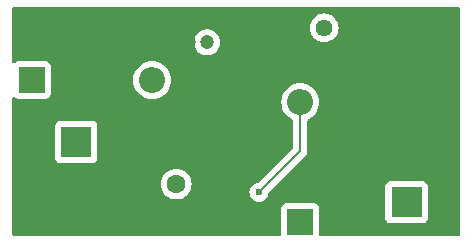
<source format=gbr>
%TF.GenerationSoftware,KiCad,Pcbnew,8.0.2*%
%TF.CreationDate,2025-12-30T14:28:12-05:00*%
%TF.ProjectId,voltage regulator,766f6c74-6167-4652-9072-6567756c6174,rev?*%
%TF.SameCoordinates,Original*%
%TF.FileFunction,Copper,L2,Bot*%
%TF.FilePolarity,Positive*%
%FSLAX46Y46*%
G04 Gerber Fmt 4.6, Leading zero omitted, Abs format (unit mm)*
G04 Created by KiCad (PCBNEW 8.0.2) date 2025-12-30 14:28:12*
%MOMM*%
%LPD*%
G01*
G04 APERTURE LIST*
%TA.AperFunction,ComponentPad*%
%ADD10R,2.200000X2.200000*%
%TD*%
%TA.AperFunction,ComponentPad*%
%ADD11O,2.200000X2.200000*%
%TD*%
%TA.AperFunction,ComponentPad*%
%ADD12R,2.600000X2.600000*%
%TD*%
%TA.AperFunction,ComponentPad*%
%ADD13C,2.600000*%
%TD*%
%TA.AperFunction,ComponentPad*%
%ADD14C,1.440000*%
%TD*%
%TA.AperFunction,ComponentPad*%
%ADD15C,1.200000*%
%TD*%
%TA.AperFunction,ComponentPad*%
%ADD16C,1.600000*%
%TD*%
%TA.AperFunction,ViaPad*%
%ADD17C,0.600000*%
%TD*%
%TA.AperFunction,Conductor*%
%ADD18C,0.200000*%
%TD*%
G04 APERTURE END LIST*
D10*
%TO.P,D2,1,K*%
%TO.N,+1.2V to +32V*%
X131500000Y-103225000D03*
D11*
%TO.P,D2,2,A*%
%TO.N,Net-(D2-A)*%
X131500000Y-93065000D03*
%TD*%
D12*
%TO.P,J1,1,Pin_1*%
%TO.N,+1.5V to +35V*%
X112525000Y-96445000D03*
D13*
%TO.P,J1,2,Pin_2*%
%TO.N,GND*%
X112525000Y-101525000D03*
%TD*%
D12*
%TO.P,J2,1,Pin_1*%
%TO.N,+1.2V to +32V*%
X140500000Y-101535000D03*
D13*
%TO.P,J2,2,Pin_2*%
%TO.N,GND*%
X140500000Y-96455000D03*
%TD*%
D10*
%TO.P,D1,1,K*%
%TO.N,+1.5V to +35V*%
X108800000Y-91200000D03*
D11*
%TO.P,D1,2,A*%
%TO.N,+1.2V to +32V*%
X118960000Y-91200000D03*
%TD*%
D14*
%TO.P,RV1,1,1*%
%TO.N,Net-(D2-A)*%
X133525000Y-86775000D03*
%TO.P,RV1,2,2*%
%TO.N,GND*%
X130985000Y-89315000D03*
%TO.P,RV1,3,3*%
X128445000Y-86775000D03*
%TD*%
D15*
%TO.P,C1,1*%
%TO.N,Net-(D2-A)*%
X123600000Y-88000000D03*
%TO.P,C1,2*%
%TO.N,GND*%
X122100000Y-88000000D03*
%TD*%
D16*
%TO.P,C2,1*%
%TO.N,+1.2V to +32V*%
X121000000Y-100000000D03*
%TO.P,C2,2*%
%TO.N,GND*%
X121000000Y-102000000D03*
%TD*%
D17*
%TO.N,Net-(D2-A)*%
X128000000Y-100700000D03*
%TO.N,GND*%
X126242856Y-93800000D03*
X124671428Y-96700000D03*
X126214284Y-95000000D03*
X126242856Y-92100000D03*
X136500000Y-87900000D03*
X125442856Y-95800000D03*
X132700000Y-88600000D03*
X123928572Y-92900000D03*
X123900000Y-96700000D03*
X125471428Y-92100000D03*
X125442856Y-95000000D03*
X125471428Y-92900000D03*
X126242856Y-92900000D03*
X124700000Y-93800000D03*
X123900000Y-95800000D03*
X124671428Y-95000000D03*
X123928572Y-92100000D03*
X124671428Y-95800000D03*
X123928572Y-93800000D03*
X126214284Y-95800000D03*
X124700000Y-92900000D03*
X125471428Y-93800000D03*
X123900000Y-95000000D03*
X126214284Y-96700000D03*
X125442856Y-96700000D03*
X124700000Y-92100000D03*
%TD*%
D18*
%TO.N,Net-(D2-A)*%
X131500000Y-97200000D02*
X131500000Y-93065000D01*
X128000000Y-100700000D02*
X131500000Y-97200000D01*
%TO.N,GND*%
X132700000Y-88600000D02*
X132900000Y-88400000D01*
X132900000Y-88400000D02*
X136000000Y-88400000D01*
X136000000Y-88400000D02*
X136500000Y-87900000D01*
%TD*%
%TA.AperFunction,Conductor*%
%TO.N,GND*%
G36*
X144967539Y-85020185D02*
G01*
X145013294Y-85072989D01*
X145024500Y-85124500D01*
X145024500Y-104275500D01*
X145004815Y-104342539D01*
X144952011Y-104388294D01*
X144900500Y-104399500D01*
X133224500Y-104399500D01*
X133157461Y-104379815D01*
X133111706Y-104327011D01*
X133100500Y-104275500D01*
X133100499Y-102077129D01*
X133100498Y-102077123D01*
X133100497Y-102077116D01*
X133094091Y-102017517D01*
X133043796Y-101882669D01*
X133043795Y-101882668D01*
X133043793Y-101882664D01*
X132957547Y-101767455D01*
X132957544Y-101767452D01*
X132842335Y-101681206D01*
X132842328Y-101681202D01*
X132707482Y-101630908D01*
X132707483Y-101630908D01*
X132647883Y-101624501D01*
X132647881Y-101624500D01*
X132647873Y-101624500D01*
X132647864Y-101624500D01*
X130352129Y-101624500D01*
X130352123Y-101624501D01*
X130292516Y-101630908D01*
X130157671Y-101681202D01*
X130157664Y-101681206D01*
X130042455Y-101767452D01*
X130042452Y-101767455D01*
X129956206Y-101882664D01*
X129956202Y-101882671D01*
X129905908Y-102017517D01*
X129899501Y-102077116D01*
X129899500Y-102077127D01*
X129899500Y-103192547D01*
X129899501Y-104275500D01*
X129879816Y-104342539D01*
X129827013Y-104388294D01*
X129775501Y-104399500D01*
X107249500Y-104399500D01*
X107182461Y-104379815D01*
X107136706Y-104327011D01*
X107125500Y-104275500D01*
X107125500Y-99999998D01*
X119694532Y-99999998D01*
X119694532Y-100000001D01*
X119714364Y-100226686D01*
X119714366Y-100226697D01*
X119773258Y-100446488D01*
X119773261Y-100446497D01*
X119869431Y-100652732D01*
X119869432Y-100652734D01*
X119999954Y-100839141D01*
X120160858Y-101000045D01*
X120160861Y-101000047D01*
X120347266Y-101130568D01*
X120553504Y-101226739D01*
X120773308Y-101285635D01*
X120935230Y-101299801D01*
X120999998Y-101305468D01*
X121000000Y-101305468D01*
X121000002Y-101305468D01*
X121056673Y-101300509D01*
X121226692Y-101285635D01*
X121446496Y-101226739D01*
X121652734Y-101130568D01*
X121839139Y-101000047D01*
X122000047Y-100839139D01*
X122097475Y-100699996D01*
X127194435Y-100699996D01*
X127194435Y-100700003D01*
X127214630Y-100879249D01*
X127214631Y-100879254D01*
X127274211Y-101049523D01*
X127370184Y-101202262D01*
X127497738Y-101329816D01*
X127650478Y-101425789D01*
X127820745Y-101485368D01*
X127820750Y-101485369D01*
X127999996Y-101505565D01*
X128000000Y-101505565D01*
X128000004Y-101505565D01*
X128179249Y-101485369D01*
X128179252Y-101485368D01*
X128179255Y-101485368D01*
X128349522Y-101425789D01*
X128502262Y-101329816D01*
X128629816Y-101202262D01*
X128725789Y-101049522D01*
X128785368Y-100879255D01*
X128795161Y-100792329D01*
X128822226Y-100727918D01*
X128830690Y-100718543D01*
X129362098Y-100187135D01*
X138699500Y-100187135D01*
X138699500Y-102882870D01*
X138699501Y-102882876D01*
X138705908Y-102942483D01*
X138756202Y-103077328D01*
X138756206Y-103077335D01*
X138842452Y-103192544D01*
X138842455Y-103192547D01*
X138957664Y-103278793D01*
X138957671Y-103278797D01*
X139092517Y-103329091D01*
X139092516Y-103329091D01*
X139099444Y-103329835D01*
X139152127Y-103335500D01*
X141847872Y-103335499D01*
X141907483Y-103329091D01*
X142042331Y-103278796D01*
X142157546Y-103192546D01*
X142243796Y-103077331D01*
X142294091Y-102942483D01*
X142300500Y-102882873D01*
X142300499Y-100187128D01*
X142294091Y-100127517D01*
X142272707Y-100070184D01*
X142243797Y-99992671D01*
X142243793Y-99992664D01*
X142157547Y-99877455D01*
X142157544Y-99877452D01*
X142042335Y-99791206D01*
X142042328Y-99791202D01*
X141907482Y-99740908D01*
X141907483Y-99740908D01*
X141847883Y-99734501D01*
X141847881Y-99734500D01*
X141847873Y-99734500D01*
X141847864Y-99734500D01*
X139152129Y-99734500D01*
X139152123Y-99734501D01*
X139092516Y-99740908D01*
X138957671Y-99791202D01*
X138957664Y-99791206D01*
X138842455Y-99877452D01*
X138842452Y-99877455D01*
X138756206Y-99992664D01*
X138756202Y-99992671D01*
X138705908Y-100127517D01*
X138699501Y-100187116D01*
X138699501Y-100187123D01*
X138699500Y-100187135D01*
X129362098Y-100187135D01*
X131858506Y-97690728D01*
X131858511Y-97690724D01*
X131868714Y-97680520D01*
X131868716Y-97680520D01*
X131980520Y-97568716D01*
X132059577Y-97431784D01*
X132100500Y-97279057D01*
X132100500Y-94631487D01*
X132120185Y-94564448D01*
X132172989Y-94518693D01*
X132177002Y-94516945D01*
X132228859Y-94495466D01*
X132443659Y-94363836D01*
X132635224Y-94200224D01*
X132798836Y-94008659D01*
X132930466Y-93793859D01*
X133026873Y-93561111D01*
X133085683Y-93316148D01*
X133105449Y-93065000D01*
X133085683Y-92813852D01*
X133026873Y-92568889D01*
X133015871Y-92542328D01*
X132930466Y-92336140D01*
X132798839Y-92121346D01*
X132798838Y-92121343D01*
X132761875Y-92078066D01*
X132635224Y-91929776D01*
X132508571Y-91821604D01*
X132443656Y-91766161D01*
X132443653Y-91766160D01*
X132228859Y-91634533D01*
X131996110Y-91538126D01*
X131751151Y-91479317D01*
X131500000Y-91459551D01*
X131248848Y-91479317D01*
X131003889Y-91538126D01*
X130771140Y-91634533D01*
X130556346Y-91766160D01*
X130556343Y-91766161D01*
X130364776Y-91929776D01*
X130201161Y-92121343D01*
X130201160Y-92121346D01*
X130069533Y-92336140D01*
X129973126Y-92568889D01*
X129914317Y-92813848D01*
X129894551Y-93065000D01*
X129914317Y-93316151D01*
X129973126Y-93561110D01*
X130069533Y-93793859D01*
X130201160Y-94008653D01*
X130201161Y-94008656D01*
X130201164Y-94008659D01*
X130364776Y-94200224D01*
X130513066Y-94326875D01*
X130556343Y-94363838D01*
X130556345Y-94363838D01*
X130771141Y-94495466D01*
X130822953Y-94516927D01*
X130877355Y-94560765D01*
X130899421Y-94627059D01*
X130899500Y-94631487D01*
X130899500Y-96899902D01*
X130879815Y-96966941D01*
X130863181Y-96987583D01*
X127981465Y-99869298D01*
X127920142Y-99902783D01*
X127907668Y-99904837D01*
X127820750Y-99914630D01*
X127650478Y-99974210D01*
X127497737Y-100070184D01*
X127370184Y-100197737D01*
X127274211Y-100350476D01*
X127214631Y-100520745D01*
X127214630Y-100520750D01*
X127194435Y-100699996D01*
X122097475Y-100699996D01*
X122130568Y-100652734D01*
X122226739Y-100446496D01*
X122285635Y-100226692D01*
X122305468Y-100000000D01*
X122285635Y-99773308D01*
X122226739Y-99553504D01*
X122130568Y-99347266D01*
X122000047Y-99160861D01*
X122000045Y-99160858D01*
X121839141Y-98999954D01*
X121652734Y-98869432D01*
X121652732Y-98869431D01*
X121446497Y-98773261D01*
X121446488Y-98773258D01*
X121226697Y-98714366D01*
X121226693Y-98714365D01*
X121226692Y-98714365D01*
X121226691Y-98714364D01*
X121226686Y-98714364D01*
X121000002Y-98694532D01*
X120999998Y-98694532D01*
X120773313Y-98714364D01*
X120773302Y-98714366D01*
X120553511Y-98773258D01*
X120553502Y-98773261D01*
X120347267Y-98869431D01*
X120347265Y-98869432D01*
X120160858Y-98999954D01*
X119999954Y-99160858D01*
X119869432Y-99347265D01*
X119869431Y-99347267D01*
X119773261Y-99553502D01*
X119773258Y-99553511D01*
X119714366Y-99773302D01*
X119714364Y-99773313D01*
X119694532Y-99999998D01*
X107125500Y-99999998D01*
X107125500Y-95097135D01*
X110724500Y-95097135D01*
X110724500Y-97792870D01*
X110724501Y-97792876D01*
X110730908Y-97852483D01*
X110781202Y-97987328D01*
X110781206Y-97987335D01*
X110867452Y-98102544D01*
X110867455Y-98102547D01*
X110982664Y-98188793D01*
X110982671Y-98188797D01*
X111117517Y-98239091D01*
X111117516Y-98239091D01*
X111124444Y-98239835D01*
X111177127Y-98245500D01*
X113872872Y-98245499D01*
X113932483Y-98239091D01*
X114067331Y-98188796D01*
X114182546Y-98102546D01*
X114268796Y-97987331D01*
X114319091Y-97852483D01*
X114325500Y-97792873D01*
X114325499Y-95097128D01*
X114319091Y-95037517D01*
X114268796Y-94902669D01*
X114268795Y-94902668D01*
X114268793Y-94902664D01*
X114182547Y-94787455D01*
X114182544Y-94787452D01*
X114067335Y-94701206D01*
X114067328Y-94701202D01*
X113932482Y-94650908D01*
X113932483Y-94650908D01*
X113872883Y-94644501D01*
X113872881Y-94644500D01*
X113872873Y-94644500D01*
X113872864Y-94644500D01*
X111177129Y-94644500D01*
X111177123Y-94644501D01*
X111117516Y-94650908D01*
X110982671Y-94701202D01*
X110982664Y-94701206D01*
X110867455Y-94787452D01*
X110867452Y-94787455D01*
X110781206Y-94902664D01*
X110781202Y-94902671D01*
X110730908Y-95037517D01*
X110724501Y-95097116D01*
X110724501Y-95097123D01*
X110724500Y-95097135D01*
X107125500Y-95097135D01*
X107125500Y-92739954D01*
X107145185Y-92672915D01*
X107197989Y-92627160D01*
X107267147Y-92617216D01*
X107330703Y-92646241D01*
X107337181Y-92652273D01*
X107342455Y-92657547D01*
X107457664Y-92743793D01*
X107457671Y-92743797D01*
X107592517Y-92794091D01*
X107592516Y-92794091D01*
X107599444Y-92794835D01*
X107652127Y-92800500D01*
X109947872Y-92800499D01*
X110007483Y-92794091D01*
X110142331Y-92743796D01*
X110257546Y-92657546D01*
X110343796Y-92542331D01*
X110394091Y-92407483D01*
X110400500Y-92347873D01*
X110400499Y-91200000D01*
X117354551Y-91200000D01*
X117374317Y-91451151D01*
X117433126Y-91696110D01*
X117529533Y-91928859D01*
X117661160Y-92143653D01*
X117661161Y-92143656D01*
X117661164Y-92143659D01*
X117824776Y-92335224D01*
X117973066Y-92461875D01*
X118016343Y-92498838D01*
X118016346Y-92498839D01*
X118231140Y-92630466D01*
X118333622Y-92672915D01*
X118463889Y-92726873D01*
X118708852Y-92785683D01*
X118960000Y-92805449D01*
X119211148Y-92785683D01*
X119456111Y-92726873D01*
X119688859Y-92630466D01*
X119903659Y-92498836D01*
X120095224Y-92335224D01*
X120258836Y-92143659D01*
X120390466Y-91928859D01*
X120486873Y-91696111D01*
X120545683Y-91451148D01*
X120565449Y-91200000D01*
X120545683Y-90948852D01*
X120486873Y-90703889D01*
X120390466Y-90471141D01*
X120390466Y-90471140D01*
X120258839Y-90256346D01*
X120258838Y-90256343D01*
X120221875Y-90213066D01*
X120095224Y-90064776D01*
X119968571Y-89956604D01*
X119903656Y-89901161D01*
X119903653Y-89901160D01*
X119688859Y-89769533D01*
X119456110Y-89673126D01*
X119211151Y-89614317D01*
X118960000Y-89594551D01*
X118708848Y-89614317D01*
X118463889Y-89673126D01*
X118231140Y-89769533D01*
X118016346Y-89901160D01*
X118016343Y-89901161D01*
X117824776Y-90064776D01*
X117661161Y-90256343D01*
X117661160Y-90256346D01*
X117529533Y-90471140D01*
X117433126Y-90703889D01*
X117374317Y-90948848D01*
X117354551Y-91200000D01*
X110400499Y-91200000D01*
X110400499Y-90052128D01*
X110394091Y-89992517D01*
X110360017Y-89901161D01*
X110343797Y-89857671D01*
X110343793Y-89857664D01*
X110257547Y-89742455D01*
X110257544Y-89742452D01*
X110142335Y-89656206D01*
X110142328Y-89656202D01*
X110007482Y-89605908D01*
X110007483Y-89605908D01*
X109947883Y-89599501D01*
X109947881Y-89599500D01*
X109947873Y-89599500D01*
X109947864Y-89599500D01*
X107652129Y-89599500D01*
X107652123Y-89599501D01*
X107592516Y-89605908D01*
X107457671Y-89656202D01*
X107457664Y-89656206D01*
X107342455Y-89742452D01*
X107337181Y-89747727D01*
X107275858Y-89781212D01*
X107206166Y-89776228D01*
X107150233Y-89734356D01*
X107125816Y-89668892D01*
X107125500Y-89660046D01*
X107125500Y-87999999D01*
X122494785Y-87999999D01*
X122494785Y-88000000D01*
X122513602Y-88203082D01*
X122569417Y-88399247D01*
X122569422Y-88399260D01*
X122660327Y-88581821D01*
X122783237Y-88744581D01*
X122933958Y-88881980D01*
X122933960Y-88881982D01*
X123033141Y-88943392D01*
X123107363Y-88989348D01*
X123297544Y-89063024D01*
X123498024Y-89100500D01*
X123498026Y-89100500D01*
X123701974Y-89100500D01*
X123701976Y-89100500D01*
X123902456Y-89063024D01*
X124092637Y-88989348D01*
X124266041Y-88881981D01*
X124416764Y-88744579D01*
X124539673Y-88581821D01*
X124630582Y-88399250D01*
X124686397Y-88203083D01*
X124705215Y-88000000D01*
X124686397Y-87796917D01*
X124630582Y-87600750D01*
X124611546Y-87562521D01*
X124586272Y-87511764D01*
X124539673Y-87418179D01*
X124416764Y-87255421D01*
X124416762Y-87255418D01*
X124266041Y-87118019D01*
X124266039Y-87118017D01*
X124092642Y-87010655D01*
X124092635Y-87010651D01*
X123997546Y-86973814D01*
X123902456Y-86936976D01*
X123701976Y-86899500D01*
X123498024Y-86899500D01*
X123297544Y-86936976D01*
X123297541Y-86936976D01*
X123297541Y-86936977D01*
X123107364Y-87010651D01*
X123107357Y-87010655D01*
X122933960Y-87118017D01*
X122933958Y-87118019D01*
X122783237Y-87255418D01*
X122660327Y-87418178D01*
X122569422Y-87600739D01*
X122569417Y-87600752D01*
X122513602Y-87796917D01*
X122494785Y-87999999D01*
X107125500Y-87999999D01*
X107125500Y-86774998D01*
X132299838Y-86774998D01*
X132299838Y-86775001D01*
X132318450Y-86987741D01*
X132318452Y-86987752D01*
X132373721Y-87194022D01*
X132373723Y-87194026D01*
X132373724Y-87194030D01*
X132402350Y-87255418D01*
X132463977Y-87387578D01*
X132586472Y-87562521D01*
X132737478Y-87713527D01*
X132737481Y-87713529D01*
X132912419Y-87836021D01*
X132912421Y-87836022D01*
X132912420Y-87836022D01*
X132976936Y-87866106D01*
X133105970Y-87926276D01*
X133312253Y-87981549D01*
X133464215Y-87994844D01*
X133524998Y-88000162D01*
X133525000Y-88000162D01*
X133525002Y-88000162D01*
X133578186Y-87995508D01*
X133737747Y-87981549D01*
X133944030Y-87926276D01*
X134137581Y-87836021D01*
X134312519Y-87713529D01*
X134463529Y-87562519D01*
X134586021Y-87387581D01*
X134676276Y-87194030D01*
X134731549Y-86987747D01*
X134750162Y-86775000D01*
X134731549Y-86562253D01*
X134676276Y-86355970D01*
X134586021Y-86162419D01*
X134463529Y-85987481D01*
X134463527Y-85987478D01*
X134312521Y-85836472D01*
X134137578Y-85713977D01*
X134137579Y-85713977D01*
X134008547Y-85653809D01*
X133944030Y-85623724D01*
X133944026Y-85623723D01*
X133944022Y-85623721D01*
X133737752Y-85568452D01*
X133737748Y-85568451D01*
X133737747Y-85568451D01*
X133737746Y-85568450D01*
X133737741Y-85568450D01*
X133525002Y-85549838D01*
X133524998Y-85549838D01*
X133312258Y-85568450D01*
X133312247Y-85568452D01*
X133105977Y-85623721D01*
X133105968Y-85623725D01*
X132912421Y-85713977D01*
X132737478Y-85836472D01*
X132586472Y-85987478D01*
X132463977Y-86162421D01*
X132373725Y-86355968D01*
X132373721Y-86355977D01*
X132318452Y-86562247D01*
X132318450Y-86562258D01*
X132299838Y-86774998D01*
X107125500Y-86774998D01*
X107125500Y-85124500D01*
X107145185Y-85057461D01*
X107197989Y-85011706D01*
X107249500Y-85000500D01*
X144900500Y-85000500D01*
X144967539Y-85020185D01*
G37*
%TD.AperFunction*%
%TD*%
M02*

</source>
